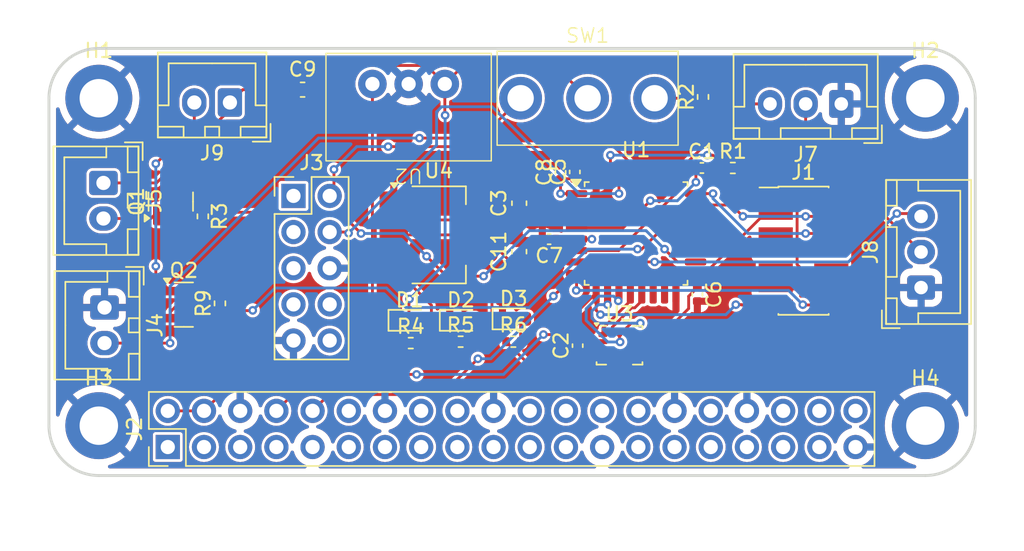
<source format=kicad_pcb>
(kicad_pcb (version 20240108) (generator "pcbnew") (generator_version "8.0")
  (layers (0 "F.Cu" signal) (1 "In1.Cu" signal) (2 "In2.Cu" signal) (31 "B.Cu" signal) (34 "B.Paste" user) (35 "F.Paste" user) (36 "B.SilkS" user "B.Silkscreen") (37 "F.SilkS" user "F.Silkscreen") (38 "B.Mask" user) (39 "F.Mask" user) (44 "Edge.Cuts" user))
  (net 0 "")
  (net 1 "NRST")
  (net 2 "+5V")
  (net 3 "+3.3V")
  (net 4 "+7.5V")
  (net 5 "Net-(D1-A)")
  (net 6 "Net-(D2-A)")
  (net 7 "Net-(D3-A)")
  (net 11 "USART2_TX")
  (net 12 "SWCLK")
  (net 14 "SWDIO")
  (net 15 "USART2_RX")
  (net 17 "+BATT")
  (net 18 "Net-(J5-Pin_2)")
  (net 19 "PWM3")
  (net 20 "PWM4")
  (net 21 "Net-(J9-Pin_2)")
  (net 22 "Net-(U1-PH3)")
  (net 23 "Net-(SW1-A)")
  (net 24 "PWM1")
  (net 25 "Net-(Q1-G)")
  (net 26 "Net-(Q2-G)")
  (net 27 "PWM2")
  (net 28 "USART1_RX")
  (net 29 "LED1")
  (net 32 "USART1_TX")
  (net 34 "LED3")
  (net 35 "I2C1_SDA")
  (net 36 "I2C1_SCL")
  (net 37 "SPI_CS")
  (net 39 "SPI1_SCK")
  (net 41 "SPI1_MISO")
  (net 42 "SPI1_MOSI")
  (net 44 "LED2")
  (net 81 "GND")
  (footprint "Connector_JST:JST_XH_B3B-XH-A_1x03_P2.50mm_Vertical" (layer "F.Cu") (at 201.6 50.4 180)
    (property "Reference" "J7" (at 2.5 -3.55 180) (layer "F.SilkS"))
    (property "Value" "Conn_01x03")
    (pad "1" thru_hole roundrect (at 0 0 180) (size 1.7 1.95) (drill 0.95) (layers "*.Cu" "*.Mask") (roundrect_rratio 0.147059) (net 81 "GND"))
    (pad "2" thru_hole oval (at 2.5 0 180) (size 1.7 1.95) (drill 0.95) (layers "*.Cu" "*.Mask") (net 2 "+5V"))
    (pad "3" thru_hole oval (at 5 0 180) (size 1.7 1.95) (drill 0.95) (layers "*.Cu" "*.Mask") (net 19 "PWM3"))
  )
  (footprint "Capacitor_SMD:C_0402_1005Metric" (layer "F.Cu") (at 183.1 67.38 90)
    (property "Reference" "C2" (at 0 -1.16 -90) (layer "F.SilkS"))
    (property "Value" "100n")
    (pad "1" smd roundrect (at -0.48 0 90) (size 0.56 0.62) (layers "F.Cu" "F.Paste" "F.Mask") (net 3 "+3.3V"))
    (pad "2" smd roundrect (at 0.48 0 90) (size 0.56 0.62) (layers "F.Cu" "F.Paste" "F.Mask") (net 81 "GND"))
  )
  (footprint "Resistor_SMD:R_0402_1005Metric" (layer "F.Cu") (at 171.39 67.2)
    (property "Reference" "R4" (at 0 -1.17 0) (layer "F.SilkS"))
    (property "Value" "375")
    (pad "1" smd roundrect (at -0.51 0) (size 0.54 0.64) (layers "F.Cu" "F.Paste" "F.Mask") (net 4 "+7.5V"))
    (pad "2" smd roundrect (at 0.51 0) (size 0.54 0.64) (layers "F.Cu" "F.Paste" "F.Mask") (net 5 "Net-(D1-A)"))
  )
  (footprint "Connector_JST:JST_XH_B2B-XH-A_1x02_P2.50mm_Vertical" (layer "F.Cu") (at 149.9 64.7 -90)
    (property "Reference" "J4" (at 1.25 -3.55 90) (layer "F.SilkS"))
    (property "Value" "Conn_01x02")
    (pad "1" thru_hole roundrect (at 0 0 270) (size 1.7 2) (drill 1) (layers "*.Cu" "*.Mask") (roundrect_rratio 0.147059) (net 81 "GND"))
    (pad "2" thru_hole oval (at 2.5 0 270) (size 1.7 2) (drill 1) (layers "*.Cu" "*.Mask") (net 17 "+BATT"))
  )
  (footprint "Package_LGA:LGA-14_3x2.5mm_P0.5mm_LayoutBorder3x4y" (layer "F.Cu") (at 186.0375 67.35)
    (property "Reference" "U3" (at 0 -2.2 0) (layer "F.SilkS"))
    (property "Value" "LSM6DSM")
    (pad "1" smd roundrect (at -1.1625 -0.75) (size 0.625 0.35) (layers "F.Cu" "F.Paste" "F.Mask") (net 41 "SPI1_MISO"))
    (pad "2" smd roundrect (at -1.1625 -0.25) (size 0.625 0.35) (layers "F.Cu" "F.Paste" "F.Mask") (net 81 "GND"))
    (pad "3" smd roundrect (at -1.1625 0.25) (size 0.625 0.35) (layers "F.Cu" "F.Paste" "F.Mask") (net 81 "GND"))
    (pad "4" smd roundrect (at -1.1625 0.75) (size 0.625 0.35) (layers "F.Cu" "F.Paste" "F.Mask"))
    (pad "5" smd roundrect (at -0.5 0.9125) (size 0.35 0.625) (layers "F.Cu" "F.Paste" "F.Mask") (net 3 "+3.3V"))
    (pad "6" smd roundrect (at 0 0.9125) (size 0.35 0.625) (layers "F.Cu" "F.Paste" "F.Mask") (net 81 "GND"))
    (pad "7" smd roundrect (at 0.5 0.9125) (size 0.35 0.625) (layers "F.Cu" "F.Paste" "F.Mask") (net 81 "GND"))
    (pad "8" smd roundrect (at 1.1625 0.75) (size 0.625 0.35) (layers "F.Cu" "F.Paste" "F.Mask") (net 3 "+3.3V"))
    (pad "9" smd roundrect (at 1.1625 0.25) (size 0.625 0.35) (layers "F.Cu" "F.Paste" "F.Mask"))
    (pad "10" smd roundrect (at 1.1625 -0.25) (size 0.625 0.35) (layers "F.Cu" "F.Paste" "F.Mask"))
    (pad "11" smd roundrect (at 1.1625 -0.75) (size 0.625 0.35) (layers "F.Cu" "F.Paste" "F.Mask"))
    (pad "12" smd roundrect (at 0.5 -0.9125) (size 0.35 0.625) (layers "F.Cu" "F.Paste" "F.Mask") (net 37 "SPI_CS"))
    (pad "13" smd roundrect (at 0 -0.9125) (size 0.35 0.625) (layers "F.Cu" "F.Paste" "F.Mask") (net 39 "SPI1_SCK"))
    (pad "14" smd roundrect (at -0.5 -0.9125) (size 0.35 0.625) (layers "F.Cu" "F.Paste" "F.Mask") (net 42 "SPI1_MOSI"))
  )
  (footprint "LED_SMD:LED_0603_1608Metric" (layer "F.Cu") (at 171.3125 65.6)
    (property "Reference" "D1" (at 0 -1.43 0) (layer "F.SilkS"))
    (property "Value" "LED")
    (pad "1" smd roundrect (at -0.7875 0) (size 0.875 0.95) (layers "F.Cu" "F.Paste" "F.Mask") (net 81 "GND"))
    (pad "2" smd roundrect (at 0.7875 0) (size 0.875 0.95) (layers "F.Cu" "F.Paste" "F.Mask") (net 5 "Net-(D1-A)"))
  )
  (footprint "Capacitor_SMD:C_0402_1005Metric" (layer "F.Cu") (at 182.9 55.18 90)
    (property "Reference" "C5" (at 0 -1.16 -90) (layer "F.SilkS"))
    (property "Value" "100n")
    (pad "1" smd roundrect (at -0.48 0 90) (size 0.56 0.62) (layers "F.Cu" "F.Paste" "F.Mask") (net 3 "+3.3V"))
    (pad "2" smd roundrect (at 0.48 0 90) (size 0.56 0.62) (layers "F.Cu" "F.Paste" "F.Mask") (net 81 "GND"))
  )
  (footprint "MountingHole:MountingHole_2.7mm_M2.5_DIN965_Pad" (layer "F.Cu") (at 149.5 73)
    (property "Reference" "H3" (at 0 -3.35 0) (layer "F.SilkS"))
    (property "Value" "MountingHole_Pad")
    (pad "1" thru_hole circle (at 0 0) (size 4.7 4.7) (drill 2.7) (layers "*.Cu" "*.Mask") (net 81 "GND"))
  )
  (footprint "Resistor_SMD:R_0402_1005Metric" (layer "F.Cu") (at 158 64.41 90)
    (property "Reference" "R9" (at 0 -1.17 -90) (layer "F.SilkS"))
    (property "Value" "R_Small")
    (pad "1" smd roundrect (at -0.51 0 90) (size 0.54 0.64) (layers "F.Cu" "F.Paste" "F.Mask") (net 27 "PWM2"))
    (pad "2" smd roundrect (at 0.51 0 90) (size 0.54 0.64) (layers "F.Cu" "F.Paste" "F.Mask") (net 26 "Net-(Q2-G)"))
  )
  (footprint "Resistor_SMD:R_0402_1005Metric" (layer "F.Cu") (at 191.9 49.91 90)
    (property "Reference" "R2" (at 0 -1.17 -90) (layer "F.SilkS"))
    (property "Value" "1k")
    (pad "1" smd roundrect (at -0.51 0 90) (size 0.54 0.64) (layers "F.Cu" "F.Paste" "F.Mask") (net 23 "Net-(SW1-A)"))
    (pad "2" smd roundrect (at 0.51 0 90) (size 0.54 0.64) (layers "F.Cu" "F.Paste" "F.Mask") (net 81 "GND"))
  )
  (footprint "Capacitor_SMD:C_0402_1005Metric" (layer "F.Cu") (at 181.9 55.2 90)
    (property "Reference" "C8" (at 0 -1.16 -90) (layer "F.SilkS"))
    (property "Value" "4u7")
    (pad "1" smd roundrect (at -0.48 0 90) (size 0.56 0.62) (layers "F.Cu" "F.Paste" "F.Mask") (net 3 "+3.3V"))
    (pad "2" smd roundrect (at 0.48 0 90) (size 0.56 0.62) (layers "F.Cu" "F.Paste" "F.Mask") (net 81 "GND"))
  )
  (footprint "Resistor_SMD:R_0402_1005Metric" (layer "F.Cu") (at 193.99 54.9)
    (property "Reference" "R1" (at 0 -1.17 0) (layer "F.SilkS"))
    (property "Value" "10k")
    (pad "1" smd roundrect (at -0.51 0) (size 0.54 0.64) (layers "F.Cu" "F.Paste" "F.Mask") (net 22 "Net-(U1-PH3)"))
    (pad "2" smd roundrect (at 0.51 0) (size 0.54 0.64) (layers "F.Cu" "F.Paste" "F.Mask") (net 81 "GND"))
  )
  (footprint "mesmodules:SW_472121010111" (layer "F.Cu") (at 183.8 50)
    (property "Reference" "SW1" (at 0 -4.4 0) (layer "F.SilkS") (effects (font (thickness 0.1))))
    (property "Value" "SW_SPDT")
    (pad "1" thru_hole circle (at 4.7 0) (size 3 3) (drill 1.85) (layers "*.Cu" "*.Mask") (net 23 "Net-(SW1-A)"))
    (pad "2" thru_hole circle (at 0 0) (size 3 3) (drill 1.85) (layers "*.Cu" "*.Mask") (net 4 "+7.5V"))
    (pad "3" thru_hole circle (at -4.7 0) (size 3 3) (drill 1.85) (layers "*.Cu" "*.Mask") (net 17 "+BATT"))
  )
  (footprint "Capacitor_SMD:C_0603_1608Metric" (layer "F.Cu") (at 179 57.375 90)
    (property "Reference" "C3" (at 0 -1.43 -90) (layer "F.SilkS"))
    (property "Value" "10u")
    (pad "1" smd roundrect (at -0.775 0 90) (size 0.9 0.95) (layers "F.Cu" "F.Paste" "F.Mask") (net 2 "+5V"))
    (pad "2" smd roundrect (at 0.775 0 90) (size 0.9 0.95) (layers "F.Cu" "F.Paste" "F.Mask") (net 81 "GND"))
  )
  (footprint "Package_TO_SOT_SMD:SOT-23" (layer "F.Cu") (at 155.4625 64.5)
    (property "Reference" "Q2" (at 0 -2.4 0) (layer "F.SilkS"))
    (property "Value" "NMOS")
    (pad "1" smd roundrect (at -0.9375 -0.95) (size 1.475 0.6) (layers "F.Cu" "F.Paste" "F.Mask") (net 21 "Net-(J9-Pin_2)"))
    (pad "2" smd roundrect (at -0.9375 0.95) (size 1.475 0.6) (layers "F.Cu" "F.Paste" "F.Mask") (net 26 "Net-(Q2-G)"))
    (pad "3" smd roundrect (at 0.9375 0) (size 1.475 0.6) (layers "F.Cu" "F.Paste" "F.Mask") (net 81 "GND"))
  )
  (footprint "Capacitor_SMD:C_0402_1005Metric" (layer "F.Cu") (at 191.5 63.78 -90)
    (property "Reference" "C6" (at 0 -1.16 90) (layer "F.SilkS"))
    (property "Value" "100n")
    (pad "1" smd roundrect (at -0.48 0 270) (size 0.56 0.62) (layers "F.Cu" "F.Paste" "F.Mask") (net 3 "+3.3V"))
    (pad "2" smd roundrect (at 0.48 0 270) (size 0.56 0.62) (layers "F.Cu" "F.Paste" "F.Mask") (net 81 "GND"))
  )
  (footprint "Connector_JST:JST_XH_B2B-XH-A_1x02_P2.50mm_Vertical" (layer "F.Cu") (at 158.7 50.3 180)
    (property "Reference" "J9" (at 1.25 -3.55 180) (layer "F.SilkS"))
    (property "Value" "Conn_01x02")
    (pad "1" thru_hole roundrect (at 0 0 180) (size 1.7 2) (drill 1) (layers "*.Cu" "*.Mask") (roundrect_rratio 0.147059) (net 4 "+7.5V"))
    (pad "2" thru_hole oval (at 2.5 0 180) (size 1.7 2) (drill 1) (layers "*.Cu" "*.Mask") (net 21 "Net-(J9-Pin_2)"))
  )
  (footprint "Connector_PinHeader_2.54mm:PinHeader_2x20_P2.54mm_Vertical" (layer "F.Cu") (at 154.34 74.5 90)
    (property "Reference" "J2" (at 1.27 -2.33 -90) (layer "F.SilkS"))
    (property "Value" "Conn_02x20_Odd_Even")
    (pad "1" thru_hole rect (at 0 0 90) (size 1.7 1.7) (drill 1) (layers "*.Cu" "*.Mask"))
    (pad "2" thru_hole oval (at 2.54 0 90) (size 1.7 1.7) (drill 1) (layers "*.Cu" "*.Mask") (net 2 "+5V"))
    (pad "3" thru_hole oval (at 0 2.54 90) (size 1.7 1.7) (drill 1) (layers "*.Cu" "*.Mask"))
    (pad "4" thru_hole oval (at 2.54 2.54 90) (size 1.7 1.7) (drill 1) (layers "*.Cu" "*.Mask") (net 2 "+5V"))
    (pad "5" thru_hole oval (at 0 5.08 90) (size 1.7 1.7) (drill 1) (layers "*.Cu" "*.Mask"))
    (pad "6" thru_hole oval (at 2.54 5.08 90) (size 1.7 1.7) (drill 1) (layers "*.Cu" "*.Mask") (net 81 "GND"))
    (pad "7" thru_hole oval (at 0 7.62 90) (size 1.7 1.7) (drill 1) (layers "*.Cu" "*.Mask"))
    (pad "8" thru_hole oval (at 2.54 7.62 90) (size 1.7 1.7) (drill 1) (layers "*.Cu" "*.Mask") (net 15 "USART2_RX"))
    (pad "9" thru_hole oval (at 0 10.16 90) (size 1.7 1.7) (drill 1) (layers "*.Cu" "*.Mask") (net 81 "GND"))
    (pad "10" thru_hole oval (at 2.54 10.16 90) (size 1.7 1.7) (drill 1) (layers "*.Cu" "*.Mask") (net 11 "USART2_TX"))
    (pad "11" thru_hole oval (at 0 12.7 90) (size 1.7 1.7) (drill 1) (layers "*.Cu" "*.Mask"))
    (pad "12" thru_hole oval (at 2.54 12.7 90) (size 1.7 1.7) (drill 1) (layers "*.Cu" "*.Mask"))
    (pad "13" thru_hole oval (at 0 15.24 90) (size 1.7 1.7) (drill 1) (layers "*.Cu" "*.Mask"))
    (pad "14" thru_hole oval (at 2.54 15.24 90) (size 1.7 1.7) (drill 1) (layers "*.Cu" "*.Mask") (net 81 "GND"))
    (pad "15" thru_hole oval (at 0 17.78 90) (size 1.7 1.7) (drill 1) (layers "*.Cu" "*.Mask"))
    (pad "16" thru_hole oval (at 2.54 17.78 90) (size 1.7 1.7) (drill 1) (layers "*.Cu" "*.Mask"))
    (pad "17" thru_hole oval (at 0 20.32 90) (size 1.7 1.7) (drill 1) (layers "*.Cu" "*.Mask"))
    (pad "18" thru_hole oval (at 2.54 20.32 90) (size 1.7 1.7) (drill 1) (layers "*.Cu" "*.Mask"))
    (pad "19" thru_hole oval (at 0 22.86 90) (size 1.7 1.7) (drill 1) (layers "*.Cu" "*.Mask"))
    (pad "20" thru_hole oval (at 2.54 22.86 90) (size 1.7 1.7) (drill 1) (layers "*.Cu" "*.Mask") (net 81 "GND"))
    (pad "21" thru_hole oval (at 0 25.4 90) (size 1.7 1.7) (drill 1) (layers "*.Cu" "*.Mask"))
    (pad "22" thru_hole oval (at 2.54 25.4 90) (size 1.7 1.7) (drill 1) (layers "*.Cu" "*.Mask"))
    (pad "23" thru_hole oval (at 0 27.94 90) (size 1.7 1.7) (drill 1) (layers "*.Cu" "*.Mask"))
    (pad "24" thru_hole oval (at 2.54 27.94 90) (size 1.7 1.7) (drill 1) (layers "*.Cu" "*.Mask"))
    (pad "25" thru_hole oval (at 0 30.48 90) (size 1.7 1.7) (drill 1) (layers "*.Cu" "*.Mask") (net 81 "GND"))
    (pad "26" thru_hole oval (at 2.54 30.48 90) (size 1.7 1.7) (drill 1) (layers "*.Cu" "*.Mask"))
    (pad "27" thru_hole oval (at 0 33.02 90) (size 1.7 1.7) (drill 1) (layers "*.Cu" "*.Mask"))
    (pad "28" thru_hole oval (at 2.54 33.02 90) (size 1.7 1.7) (drill 1) (layers "*.Cu" "*.Mask"))
    (pad "29" thru_hole oval (at 0 35.56 90) (size 1.7 1.7) (drill 1) (layers "*.Cu" "*.Mask"))
    (pad "30" thru_hole oval (at 2.54 35.56 90) (size 1.7 1.7) (drill 1) (layers "*.Cu" "*.Mask") (net 81 "GND"))
    (pad "31" thru_hole oval (at 0 38.1 90) (size 1.7 1.7) (drill 1) (layers "*.Cu" "*.Mask"))
    (pad "32" thru_hole oval (at 2.54 38.1 90) (size 1.7 1.7) (drill 1) (layers "*.Cu" "*.Mask"))
    (pad "33" thru_hole oval (at 0 40.64 90) (size 1.7 1.7) (drill 1) (layers "*.Cu" "*.Mask"))
    (pad "34" thru_hole oval (at 2.54 40.64 90) (size 1.7 1.7) (drill 1) (layers "*.Cu" "*.Mask") (net 81 "GND"))
    (pad "35" thru_hole oval (at 0 43.18 90) (size 1.7 1.7) (drill 1) (layers "*.Cu" "*.Mask"))
    (pad "36" thru_hole oval (at 2.54 43.18 90) (size 1.7 1.7) (drill 1) (layers "*.Cu" "*.Mask"))
    (pad "37" thru_hole oval (at 0 45.72 90) (size 1.7 1.7) (drill 1) (layers "*.Cu" "*.Mask"))
    (pad "38" thru_hole oval (at 2.54 45.72 90) (size 1.7 1.7) (drill 1) (layers "*.Cu" "*.Mask"))
    (pad "39" thru_hole oval (at 0 48.26 90) (size 1.7 1.7) (drill 1) (layers "*.Cu" "*.Mask") (net 81 "GND"))
    (pad "40" thru_hole oval (at 2.54 48.26 90) (size 1.7 1.7) (drill 1) (layers "*.Cu" "*.Mask"))
  )
  (footprint "mesmodules:Buck_17395xx36" (layer "F.Cu") (at 171.24 49 180)
    (property "Reference" "U2" (at 0 -6.45 180) (layer "F.SilkS") (effects (font (thickness 0.1))))
    (property "Value" "~")
    (pad "1" thru_hole circle (at -2.54 0 180) (size 2 2) (drill 1) (layers "*.Cu" "*.Mask") (net 4 "+7.5V"))
    (pad "2" thru_hole circle (at 0 0 180) (size 2 2) (drill 1) (layers "*.Cu" "*.Mask") (net 81 "GND"))
    (pad "3" thru_hole circle (at 2.54 0 180) (size 2 2) (drill 1) (layers "*.Cu" "*.Mask") (net 2 "+5V"))
  )
  (footprint "Package_TO_SOT_SMD:SOT-23" (layer "F.Cu") (at 154.55 57.2625 90)
    (property "Reference" "Q1" (at 0 -2.4 270) (layer "F.SilkS"))
    (property "Value" "NMOS")
    (pad "1" smd roundrect (at -0.9375 -0.95 90) (size 1.475 0.6) (layers "F.Cu" "F.Paste" "F.Mask") (net 18 "Net-(J5-Pin_2)"))
    (pad "2" smd roundrect (at -0.9375 0.95 90) (size 1.475 0.6) (layers "F.Cu" "F.Paste" "F.Mask") (net 25 "Net-(Q1-G)"))
    (pad "3" smd roundrect (at 0.9375 0 90) (size 1.475 0.6) (layers "F.Cu" "F.Paste" "F.Mask") (net 81 "GND"))
  )
  (footprint "Capacitor_SMD:C_0603_1608Metric" (layer "F.Cu") (at 163.8 49.4)
    (property "Reference" "C9" (at 0 -1.43 0) (layer "F.SilkS"))
    (property "Value" "10u")
    (pad "1" smd roundrect (at -0.775 0) (size 0.9 0.95) (layers "F.Cu" "F.Paste" "F.Mask") (net 4 "+7.5V"))
    (pad "2" smd roundrect (at 0.775 0) (size 0.9 0.95) (layers "F.Cu" "F.Paste" "F.Mask") (net 81 "GND"))
  )
  (footprint "Resistor_SMD:R_0402_1005Metric" (layer "F.Cu") (at 174.89 67.1)
    (property "Reference" "R5" (at 0 -1.17 0) (layer "F.SilkS"))
    (property "Value" "250")
    (pad "1" smd roundrect (at -0.51 0) (size 0.54 0.64) (layers "F.Cu" "F.Paste" "F.Mask") (net 2 "+5V"))
    (pad "2" smd roundrect (at 0.51 0) (size 0.54 0.64) (layers "F.Cu" "F.Paste" "F.Mask") (net 6 "Net-(D2-A)"))
  )
  (footprint "Connector_JST:JST_XH_B3B-XH-A_1x03_P2.50mm_Vertical" (layer "F.Cu") (at 207.2 63.3 90)
    (property "Reference" "J8" (at 2.5 -3.55 -90) (layer "F.SilkS"))
    (property "Value" "Conn_01x03")
    (pad "1" thru_hole roundrect (at 0 0 90) (size 1.7 1.95) (drill 0.95) (layers "*.Cu" "*.Mask") (roundrect_rratio 0.147059) (net 81 "GND"))
    (pad "2" thru_hole oval (at 2.5 0 90) (size 1.7 1.95) (drill 0.95) (layers "*.Cu" "*.Mask") (net 2 "+5V"))
    (pad "3" thru_hole oval (at 5 0 90) (size 1.7 1.95) (drill 0.95) (layers "*.Cu" "*.Mask") (net 20 "PWM4"))
  )
  (footprint "LED_SMD:LED_0603_1608Metric" (layer "F.Cu") (at 178.6125 65.5)
    (property "Reference" "D3" (at 0 -1.43 0) (layer "F.SilkS"))
    (property "Value" "LED")
    (pad "1" smd roundrect (at -0.7875 0) (size 0.875 0.95) (layers "F.Cu" "F.Paste" "F.Mask") (net 81 "GND"))
    (pad "2" smd roundrect (at 0.7875 0) (size 0.875 0.95) (layers "F.Cu" "F.Paste" "F.Mask") (net 7 "Net-(D3-A)"))
  )
  (footprint "MountingHole:MountingHole_2.7mm_M2.5_DIN965_Pad" (layer "F.Cu") (at 207.5 50)
    (property "Reference" "H2" (at 0 -3.35 0) (layer "F.SilkS"))
    (property "Value" "MountingHole_Pad")
    (pad "1" thru_hole circle (at 0 0) (size 4.7 4.7) (drill 2.7) (layers "*.Cu" "*.Mask") (net 81 "GND"))
  )
  (footprint "Resistor_SMD:R_0402_1005Metric" (layer "F.Cu") (at 178.59 67.1)
    (property "Reference" "R6" (at 0 -1.17 0) (layer "F.SilkS"))
    (property "Value" "165")
    (pad "1" smd roundrect (at -0.51 0) (size 0.54 0.64) (layers "F.Cu" "F.Paste" "F.Mask") (net 3 "+3.3V"))
    (pad "2" smd roundrect (at 0.51 0) (size 0.54 0.64) (layers "F.Cu" "F.Paste" "F.Mask") (net 7 "Net-(D3-A)"))
  )
  (footprint "Connector_JST:JST_XH_B2B-XH-A_1x02_P2.50mm_Vertical" (layer "F.Cu") (at 149.825 55.95 -90)
    (property "Reference" "J5" (at 1.25 -3.55 90) (layer "F.SilkS"))
    (property "Value" "Conn_01x02")
    (pad "1" thru_hole roundrect (at 0 0 270) (size 1.7 2) (drill 1) (layers "*.Cu" "*.Mask") (roundrect_rratio 0.147059) (net 4 "+7.5V"))
    (pad "2" thru_hole oval (at 2.5 0 270) (size 1.7 2) (drill 1) (layers "*.Cu" "*.Mask") (net 18 "Net-(J5-Pin_2)"))
  )
  (footprint "Connector_PinHeader_2.54mm:PinHeader_2x05_P2.54mm_Vertical" (layer "F.Cu") (at 163.16 56.86)
    (property "Reference" "J3" (at 1.27 -2.33 0) (layer "F.SilkS"))
    (property "Value" "Conn_02x05_Odd_Even")
    (pad "1" thru_hole rect (at 0 0) (size 1.7 1.7) (drill 1) (layers "*.Cu" "*.Mask"))
    (pad "2" thru_hole oval (at 2.54 0) (size 1.7 1.7) (drill 1) (layers "*.Cu" "*.Mask") (net 36 "I2C1_SCL"))
    (pad "3" thru_hole oval (at 0 2.54) (size 1.7 1.7) (drill 1) (layers "*.Cu" "*.Mask") (net 3 "+3.3V"))
    (pad "4" thru_hole oval (at 2.54 2.54) (size 1.7 1.7) (drill 1) (layers "*.Cu" "*.Mask") (net 35 "I2C1_SDA"))
    (pad "5" thru_hole oval (at 0 5.08) (size 1.7 1.7) (drill 1) (layers "*.Cu" "*.Mask") (net 3 "+3.3V"))
    (pad "6" thru_hole oval (at 2.54 5.08) (size 1.7 1.7) (drill 1) (layers "*.Cu" "*.Mask") (net 81 "GND"))
    (pad "7" thru_hole oval (at 0 7.62) (size 1.7 1.7) (drill 1) (layers "*.Cu" "*.Mask"))
    (pad "8" thru_hole oval (at 2.54 7.62) (size 1.7 1.7) (drill 1) (layers "*.Cu" "*.Mask"))
    (pad "9" thru_hole oval (at 0 10.16) (size 1.7 1.7) (drill 1) (layers "*.Cu" "*.Mask") (net 81 "GND"))
    (pad "10" thru_hole oval (at 2.54 10.16) (size 1.7 1.7) (drill 1) (layers "*.Cu" "*.Mask"))
  )
  (footprint "Capacitor_SMD:C_0402_1005Metric" (layer "F.Cu") (at 181.1 59.9 180)
    (property "Reference" "C7" (at 0 -1.16 180) (layer "F.SilkS"))
    (property "Value" "100n")
    (pad "1" smd roundrect (at -0.48 0 180) (size 0.56 0.62) (layers "F.Cu" "F.Paste" "F.Mask") (net 3 "+3.3V"))
    (pad "2" smd roundrect (at 0.48 0 180) (size 0.56 0.62) (layers "F.Cu" "F.Paste" "F.Mask") (net 81 "GND"))
  )
  (footprint "Connector_PinHeader_1.27mm:PinHeader_2x07_P1.27mm_Vertical_SMD" (layer "F.Cu") (at 198.95 60.71)
    (property "Reference" "J1" (at 0 -5.505 0) (layer "F.SilkS"))
    (property "Value" "Conn_ST_STDC14")
    (pad "1" smd rect (at -1.95 -3.81) (size 2.4 0.74) (layers "F.Cu" "F.Paste" "F.Mask"))
    (pad "2" smd rect (at 1.95 -3.81) (size 2.4 0.74) (layers "F.Cu" "F.Paste" "F.Mask"))
    (pad "3" smd rect (at -1.95 -2.54) (size 2.4 0.74) (layers "F.Cu" "F.Paste" "F.Mask") (net 3 "+3.3V"))
    (pad "4" smd rect (at 1.95 -2.54) (size 2.4 0.74) (layers "F.Cu" "F.Paste" "F.Mask") (net 14 "SWDIO"))
    (pad "5" smd rect (at -1.95 -1.27) (size 2.4 0.74) (layers "F.Cu" "F.Paste" "F.Mask") (net 81 "GND"))
    (pad "6" smd rect (at 1.95 -1.27) (size 2.4 0.74) (layers "F.Cu" "F.Paste" "F.Mask") (net 12 "SWCLK"))
    (pad "7" smd rect (at -1.95 0) (size 2.4 0.74) (layers "F.Cu" "F.Paste" "F.Mask") (net 81 "GND"))
    (pad "8" smd rect (at 1.95 0) (size 2.4 0.74) (layers "F.Cu" "F.Paste" "F.Mask"))
    (pad "9" smd rect (at -1.95 1.27) (size 2.4 0.74) (layers "F.Cu" "F.Paste" "F.Mask"))
    (pad "10" smd rect (at 1.95 1.27) (size 2.4 0.74) (layers "F.Cu" "F.Paste" "F.Mask"))
    (pad "11" smd rect (at -1.95 2.54) (size 2.4 0.74) (layers "F.Cu" "F.Paste" "F.Mask") (net 81 "GND"))
    (pad "12" smd rect (at 1.95 2.54) (size 2.4 0.74) (layers "F.Cu" "F.Paste" "F.Mask") (net 1 "NRST"))
    (pad "13" smd rect (at -1.95 3.81) (size 2.4 0.74) (layers "F.Cu" "F.Paste" "F.Mask") (net 15 "USART2_RX"))
    (pad "14" smd rect (at 1.95 3.81) (size 2.4 0.74) (layers "F.Cu" "F.Paste" "F.Mask") (net 11 "USART2_TX"))
  )
  (footprint "Package_TO_SOT_SMD:SOT-223-3_TabPin2" (layer "F.Cu") (at 173.35 59.6)
    (property "Reference" "U4" (at 0 -4.5 0) (layer "F.SilkS"))
    (property "Value" "AMS1117-3.3")
    (pad "1" smd roundrect (at -3.15 -2.3) (size 2 1.5) (layers "F.Cu" "F.Paste" "F.Mask") (net 81 "GND"))
    (pad "2" smd roundrect (at -3.15 0) (size 2 1.5) (layers "F.Cu" "F.Paste" "F.Mask") (net 3 "+3.3V"))
    (pad "2" smd roundrect (at 3.15 0) (size 2 3.8) (layers "F.Cu" "F.Paste" "F.Mask") (net 3 "+3.3V"))
    (pad "3" smd roundrect (at -3.15 2.3) (size 2 1.5) (layers "F.Cu" "F.Paste" "F.Mask") (net 2 "+5V"))
  )
  (footprint "Package_QFP:LQFP-32_7x7mm_P0.8mm" (layer "F.Cu") (at 187.2 59.5)
    (property "Reference" "U1" (at 0 -5.88 0) (layer "F.SilkS"))
    (property "Value" "STM32L412KBTx")
    (pad "1" smd roundrect (at -4.175 -2.8) (size 1.5 0.5) (layers "F.Cu" "F.Paste" "F.Mask") (net 3 "+3.3V"))
    (pad "2" smd roundrect (at -4.175 -2) (size 1.5 0.5) (layers "F.Cu" "F.Paste" "F.Mask"))
    (pad "3" smd roundrect (at -4.175 -1.2) (size 1.5 0.5) (layers "F.Cu" "F.Paste" "F.Mask"))
    (pad "4" smd roundrect (at -4.175 -0.4) (size 1.5 0.5) (layers "F.Cu" "F.Paste" "F.Mask") (net 1 "NRST"))
    (pad "5" smd roundrect (at -4.175 0.4) (size 1.5 0.5) (layers "F.Cu" "F.Paste" "F.Mask") (net 3 "+3.3V"))
    (pad "6" smd roundrect (at -4.175 1.2) (size 1.5 0.5) (layers "F.Cu" "F.Paste" "F.Mask") (net 19 "PWM3"))
    (pad "7" smd roundrect (at -4.175 2) (size 1.5 0.5) (layers "F.Cu" "F.Paste" "F.Mask") (net 20 "PWM4"))
    (pad "8" smd roundrect (at -4.175 2.8) (size 1.5 0.5) (layers "F.Cu" "F.Paste" "F.Mask") (net 11 "USART2_TX"))
    (pad "9" smd roundrect (at -2.8 4.175) (size 0.5 1.5) (layers "F.Cu" "F.Paste" "F.Mask") (net 15 "USART2_RX"))
    (pad "10" smd roundrect (at -2 4.175) (size 0.5 1.5) (layers "F.Cu" "F.Paste" "F.Mask") (net 37 "SPI_CS"))
    (pad "11" smd roundrect (at -1.2 4.175) (size 0.5 1.5) (layers "F.Cu" "F.Paste" "F.Mask") (net 39 "SPI1_SCK"))
    (pad "12" smd roundrect (at -0.4 4.175) (size 0.5 1.5) (layers "F.Cu" "F.Paste" "F.Mask") (net 41 "SPI1_MISO"))
    (pad "13" smd roundrect (at 0.4 4.175) (size 0.5 1.5) (layers "F.Cu" "F.Paste" "F.Mask") (net 42 "SPI1_MOSI"))
    (pad "14" smd roundrect (at 1.2 4.175) (size 0.5 1.5) (layers "F.Cu" "F.Paste" "F.Mask"))
    (pad "15" smd roundrect (at 2 4.175) (size 0.5 1.5) (layers "F.Cu" "F.Paste" "F.Mask"))
    (pad "16" smd roundrect (at 2.8 4.175) (size 0.5 1.5) (layers "F.Cu" "F.Paste" "F.Mask") (net 81 "GND"))
    (pad "17" smd roundrect (at 4.175 2.8) (size 1.5 0.5) (layers "F.Cu" "F.Paste" "F.Mask") (net 3 "+3.3V"))
    (pad "18" smd roundrect (at 4.175 2) (size 1.5 0.5) (layers "F.Cu" "F.Paste" "F.Mask") (net 24 "PWM1"))
    (pad "19" smd roundrect (at 4.175 1.2) (size 1.5 0.5) (layers "F.Cu" "F.Paste" "F.Mask") (net 32 "USART1_TX"))
    (pad "20" smd roundrect (at 4.175 0.4) (size 1.5 0.5) (layers "F.Cu" "F.Paste" "F.Mask") (net 28 "USART1_RX"))
    (pad "21" smd roundrect (at 4.175 -0.4) (size 1.5 0.5) (layers "F.Cu" "F.Paste" "F.Mask") (net 27 "PWM2"))
    (pad "22" smd roundrect (at 4.175 -1.2) (size 1.5 0.5) (layers "F.Cu" "F.Paste" "F.Mask"))
    (pad "23" smd roundrect (at 4.175 -2) (size 1.5 0.5) (layers "F.Cu" "F.Paste" "F.Mask") (net 14 "SWDIO"))
    (pad "24" smd roundrect (at 4.175 -2.8) (size 1.5 0.5) (layers "F.Cu" "F.Paste" "F.Mask") (net 12 "SWCLK"))
    (pad "25" smd roundrect (at 2.8 -4.175) (size 0.5 1.5) (layers "F.Cu" "F.Paste" "F.Mask") (net 34 "LED3"))
    (pad "26" smd roundrect (at 2 -4.175) (size 0.5 1.5) (layers "F.Cu" "F.Paste" "F.Mask") (net 44 "LED2"))
    (pad "27" smd roundrect (at 1.2 -4.175) (size 0.5 1.5) (layers "F.Cu" "F.Paste" "F.Mask") (net 29 "LED1"))
    (pad "28" smd roundrect (at 0.4 -4.175) (size 0.5 1.5) (layers "F.Cu" "F.Paste" "F.Mask"))
    (pad "29" smd roundrect (at -0.4 -4.175) (size 0.5 1.5) (layers "F.Cu" "F.Paste" "F.Mask") (net 36 "I2C1_SCL"))
    (pad "30" smd roundrect (at -1.2 -4.175) (size 0.5 1.5) (layers "F.Cu" "F.Paste" "F.Mask") (net 35 "I2C1_SDA"))
    (pad "31" smd roundrect (at -2 -4.175) (size 0.5 1.5) (layers "F.Cu" "F.Paste" "F.Mask") (net 22 "Net-(U1-PH3)"))
    (pad "32" smd roundrect (at -2.8 -4.175) (size 0.5 1.5) (layers "F.Cu" "F.Paste" "F.Mask") (net 81 "GND"))
  )
  (footprint "Resistor_SMD:R_0402_1005Metric" (layer "F.Cu") (at 156.8 58.3 -90)
    (property "Reference" "R3" (at 0 -1.17 90) (layer "F.SilkS"))
    (property "Value" "R_Small")
    (pad "1" smd roundrect (at -0.51 0 270) (size 0.54 0.64) (layers "F.Cu" "F.Paste" "F.Mask") (net 24 "PWM1"))
    (pad "2" smd roundrect (at 0.51 0 270) (size 0.54 0.64) (layers "F.Cu" "F.Paste" "F.Mask") (net 25 "Net-(Q1-G)"))
  )
  (footprint "MountingHole:MountingHole_2.7mm_M2.5_DIN965_Pad" (layer "F.Cu") (at 207.5 73)
    (property "Reference" "H4" (at 0 -3.35 0) (layer "F.SilkS"))
    (property "Value" "MountingHole_Pad")
    (pad "1" thru_hole circle (at 0 0) (size 4.7 4.7) (drill 2.7) (layers "*.Cu" "*.Mask") (net 81 "GND"))
  )
  (footprint "Capacitor_SMD:C_0603_1608Metric" (layer "F.Cu") (at 179 60.775 90)
    (property "Reference" "C11" (at 0 -1.43 -90) (layer "F.SilkS"))
    (property "Value" "10u")
    (pad "1" smd roundrect (at -0.775 0 90) (size 0.9 0.95) (layers "F.Cu" "F.Paste" "F.Mask") (net 3 "+3.3V"))
    (pad "2" smd roundrect (at 0.775 0 90) (size 0.9 0.95) (layers "F.Cu" "F.Paste" "F.Mask") (net 81 "GND"))
  )
  (footprint "MountingHole:MountingHole_2.7mm_M2.5_DIN965_Pad" (layer "F.Cu") (at 149.5 50)
    (property "Reference" "H1" (at 0 -3.35 0) (layer "F.SilkS"))
    (property "Value" "MountingHole_Pad")
    (pad "1" thru_hole circle (at 0 0) (size 4.7 4.7) (drill 2.7) (layers "*.Cu" "*.Mask") (net 81 "GND"))
  )
  (footprint "Capacitor_SMD:C_0402_1005Metric" (layer "F.Cu") (at 191.82 54.9)
    (property "Reference" "C1" (at 0 -1.16 0) (layer "F.SilkS"))
    (property "Value" "100n")
    (pad "1" smd roundrect (at -0.48 0) (size 0.56 0.62) (layers "F.Cu" "F.Paste" "F.Mask") (net 1 "NRST"))
    (pad "2" smd roundrect (at 0.48 0) (size 0.56 0.62) (layers "F.Cu" "F.Paste" "F.Mask") (net 81 "GND"))
  )
  (footprint "LED_SMD:LED_0603_1608Metric" (layer "F.Cu") (at 174.9125 65.6)
    (property "Reference" "D2" (at 0 -1.43 0) (layer "F.SilkS"))
    (property "Value" "LED")
    (pad "1" smd roundrect (at -0.7875 0) (size 0.875 0.95) (layers "F.Cu" "F.Paste" "F.Mask") (net 81 "GND"))
    (pad "2" smd roundrect (at 0.7875 0) (size 0.875 0.95) (layers "F.Cu" "F.Paste" "F.Mask") (net 6 "Net-(D2-A)"))
  )
  (gr_line (start 211 50) (end 211 73) (stroke (width 0.2)) (layer "Edge.Cuts"))
  (gr_arc (start 146 50) (mid 147.025126 47.525126) (end 149.5 46.5) (stroke (width 0.2)) (layer "Edge.Cuts"))
  (gr_line (start 149.5 76.5) (end 207.5 76.5) (stroke (width 0.2)) (layer "Edge.Cuts"))
  (gr_line (start 146 50) (end 146 73) (stroke (width 0.2)) (layer "Edge.Cuts"))
  (gr_arc (start 207.5 46.5) (mid 209.974874 47.525126) (end 211 50) (stroke (width 0.2)) (layer "Edge.Cuts"))
  (gr_arc (start 149.5 76.5) (mid 147.025126 75.474874) (end 146 73) (stroke (width 0.2)) (layer "Edge.Cuts"))
  (gr_line (start 149.5 46.5) (end 207.5 46.5) (stroke (width 0.2)) (layer "Edge.Cuts"))
  (gr_arc (start 211 73) (mid 209.974874 75.474874) (end 207.5 76.5) (stroke (width 0.2)) (layer "Edge.Cuts"))
  (segment (start 191.4 54.96) (end 191.34 54.9) (width 0.2) (layer "F.Cu") (net 1))
  (segment (start 191.4 55.9) (end 191.4 54.96) (width 0.2) (layer "F.Cu") (net 1))
  (segment (start 200.9 63.25) (end 200.07 63.25) (width 0.2) (layer "F.Cu") (net 1))
  (segment (start 192.04 55.6) (end 191.34 54.9) (width 0.2) (layer "F.Cu") (net 1))
  (segment (start 186.3 59.1) (end 188.2 57.2) (width 0.2) (layer "F.Cu") (net 1))
  (segment (start 197.87 55.6) (end 192.04 55.6) (width 0.2) (layer "F.Cu") (net 1))
  (segment (start 200.07 63.25) (end 198.5 61.68) (width 0.2) (layer "F.Cu") (net 1))
  (segment (start 183.025 59.1) (end 186.3 59.1) (width 0.2) (layer "F.Cu") (net 1))
  (segment (start 198.5 56.23) (end 197.87 55.6) (width 0.2) (layer "F.Cu") (net 1))
  (segment (start 198.5 61.68) (end 198.5 56.23) (width 0.2) (layer "F.Cu") (net 1))
  (via (at 191.4 55.9) (size 0.6) (drill 0.3) (layers "F.Cu" "B.Cu") (net 1))
  (via (at 188.2 57.2) (size 0.6) (drill 0.3) (layers "F.Cu" "B.Cu") (net 1))
  (segment (start 190.1 57.2) (end 191.4 55.9) (width 0.2) (layer "B.Cu") (net 1))
  (segment (start 188.2 57.2) (end 190.1 57.2) (width 0.2) (layer "B.Cu") (net 1))
  (segment (start 154.34 71.96) (end 156.88 71.96) (width 0.2) (layer "F.Cu") (net 2))
  (segment (start 168.7 60.4) (end 168.7 49) (width 0.2) (layer "F.Cu") (net 2))
  (segment (start 172.8375 64.5375) (end 170.2 61.9) (width 0.2) (layer "F.Cu") (net 2))
  (segment (start 170.2 61.9) (end 168.7 60.4) (width 0.2) (layer "F.Cu") (net 2))
  (segment (start 178.25 57.4) (end 175.661358 57.4) (width 0.2) (layer "F.Cu") (net 2))
  (segment (start 168.9 60.6) (end 170.2 61.9) (width 0.2) (layer "F.Cu") (net 2))
  (segment (start 179 58.15) (end 178.25 57.4) (width 0.2) (layer "F.Cu") (net 2))
  (segment (start 174.511358 58.55) (end 169.295406 58.55) (width 0.2) (layer "F.Cu") (net 2))
  (segment (start 199.1 52.7) (end 207.2 60.8) (width 0.2) (layer "F.Cu") (net 2))
  (segment (start 175.661358 57.4) (end 174.511358 58.55) (width 0.2) (layer "F.Cu") (net 2))
  (segment (start 174.38 67.1) (end 172.8375 65.5575) (width 0.2) (layer "F.Cu") (net 2))
  (segment (start 168.7 65.646346) (end 165.346346 69) (width 0.2) (layer "F.Cu") (net 2))
  (segment (start 165.346346 69) (end 159.84 69) (width 0.2) (layer "F.Cu") (net 2))
  (segment (start 169.295406 58.55) (end 168.9 58.945406) (width 0.2) (layer "F.Cu") (net 2))
  (segment (start 199.1 50.4) (end 199.1 52.7) (width 0.2) (layer "F.Cu") (net 2))
  (segment (start 172.8375 65.5575) (end 172.8375 64.5375) (width 0.2) (layer "F.Cu") (net 2))
  (segment (start 168.7 60.4) (end 168.7 65.646346) (width 0.2) (layer "F.Cu") (net 2))
  (segment (start 168.9 58.945406) (end 168.9 60.6) (width 0.2) (layer "F.Cu") (net 2))
  (segment (start 159.84 69) (end 156.88 71.96) (width 0.2) (layer "F.Cu") (net 2))
  (segment (start 182.9 55.66) (end 181.92 55.66) (width 0.2) (layer "F.Cu") (net 3))
  (segment (start 185.5375 68.300432) (end 185.5375 68.2625) (width 0.2) (layer "F.Cu") (net 3))
  (segment (start 178.08 66.969686) (end 177.0875 65.977186) (width 0.2) (layer "F.Cu") (net 3))
  (segment (start 187.2 68.462932) (end 187.2 68.1) (width 0.2) (layer "F.Cu") (net 3))
  (segment (start 179.93 61.55) (end 179 61.55) (width 0.2) (layer "F.Cu") (net 3))
  (segment (start 177.0875 65.977186) (end 177.0875 63.4625) (width 0.2) (layer "F.Cu") (net 3))
  (segment (start 187.562932 68.1) (end 190.89 64.772932) (width 0.2) (layer "F.Cu") (net 3))
  (segment (start 179 61.55) (end 178.45 61.55) (width 0.2) (layer "F.Cu") (net 3))
  (segment (start 191.375 63.175) (end 191.5 63.3) (width 0.2) (layer "F.Cu") (net 3))
  (segment (start 170.2 59.6) (end 176.5 59.6) (width 0.2) (layer "F.Cu") (net 3))
  (segment (start 197 58.17) (end 196.17 58.17) (width 0.2) (layer "F.Cu") (net 3))
  (segment (start 181.58 59.9) (end 179.93 61.55) (width 0.2) (layer "F.Cu") (net 3))
  (segment (start 186.787932 68.875) (end 187.2 68.462932) (width 0.2) (layer "F.Cu") (net 3))
  (segment (start 181.9 56.7) (end 181.9 55.68) (width 0.2) (layer "F.Cu") (net 3))
  (segment (start 185.5375 68.2625) (end 185.5375 68.625432) (width 0.2) (layer "F.Cu") (net 3))
  (segment (start 185.5375 68.625432) (end 185.787068 68.875) (width 0.2) (layer "F.Cu") (net 3))
  (segment (start 178.08 67.1) (end 179.555 68.575) (width 0.2) (layer "F.Cu") (net 3))
  (segment (start 196.17 58.17) (end 192.04 62.3) (width 0.2) (layer "F.Cu") (net 3))
  (segment (start 185.262932 68.575) (end 185.5375 68.300432) (width 0.2) (layer "F.Cu") (net 3))
  (segment (start 181.92 55.66) (end 181.9 55.68) (width 0.2) (layer "F.Cu") (net 3))
  (segment (start 178.45 61.55) (end 176.5 59.6) (width 0.2) (layer "F.Cu") (net 3))
  (segment (start 181.58 59.9) (end 183.025 59.9) (width 0.2) (layer "F.Cu") (net 3))
  (segment (start 190.89 63.91) (end 191.5 63.3) (width 0.2) (layer "F.Cu") (net 3))
  (segment (start 190.89 64.772932) (end 190.89 63.91) (width 0.2) (layer "F.Cu") (net 3))
  (segment (start 192.04 62.3) (end 191.375 62.3) (width 0.2) (layer "F.Cu") (net 3))
  (segment (start 183.025 56.7) (end 181.9 56.7) (width 0.2) (layer "F.Cu") (net 3))
  (segment (start 183.025 59.9) (end 184.1 59.9) (width 0.2) (layer "F.Cu") (net 3))
  (segment (start 178.08 67.1) (end 178.08 66.969686) (width 0.2) (layer "F.Cu") (net 3))
  (segment (start 187.2 68.1) (end 187.562932 68.1) (width 0.2) (layer "F.Cu") (net 3))
  (segment (start 179.555 68.575) (end 185.262932 68.575) (width 0.2) (layer "F.Cu") (net 3))
  (segment (start 185.787068 68.875) (end 186.787932 68.875) (width 0.2) (layer "F.Cu") (net 3))
  (segment (start 177.0875 63.4625) (end 179 61.55) (width 0.2) (layer "F.Cu") (net 3))
  (segment (start 191.375 62.3) (end 191.375 63.175) (width 0.2) (layer "F.Cu") (net 3))
  (via (at 181.9 56.7) (size 0.6) (drill 0.3) (layers "F.Cu" "B.Cu") (net 3))
  (via (at 184.1 59.9) (size 0.6) (drill 0.3) (layers "F.Cu" "B.Cu") (net 3))
  (segment (start 172.48 47.7) (end 173.78 49) (width 0.2) (layer "F.Cu") (net 4))
  (segment (start 163.025 49.4) (end 164.725 47.7) (width 0.2) (layer "F.Cu") (net 4))
  (segment (start 174.78 48) (end 181.8 48) (width 0.2) (layer "F.Cu") (net 4))
  (segment (start 171.2625 66.8175) (end 171.2625 64.1375) (width 0.2) (layer "F.Cu") (net 4))
  (segment (start 158.7 50.796948) (end 158.7 50.3) (width 0.2) (layer "F.Cu") (net 4))
  (segment (start 159.6 49.4) (end 158.7 50.3) (width 0.2) (layer "F.Cu") (net 4))
  (segment (start 173.78 51.18) (end 173.78 49) (width 0.2) (layer "F.Cu") (net 4))
  (segment (start 171.2625 64.1375) (end 171.3 64.1) (width 0.2) (layer "F.Cu") (net 4))
  (segment (start 163.025 49.4) (end 159.6 49.4) (width 0.2) (layer "F.Cu") (net 4))
  (segment (start 181.8 48) (end 183.8 50) (width 0.2) (layer "F.Cu") (net 4))
  (segment (start 170.88 67.2) (end 171.2625 66.8175) (width 0.2) (layer "F.Cu") (net 4))
  (segment (start 153.546948 55.95) (end 158.7 50.796948) (width 0.2) (layer "F.Cu") (net 4))
  (segment (start 149.825 55.95) (end 153.546948 55.95) (width 0.2) (layer "F.Cu") (net 4))
  (segment (start 173.8 51.2) (end 173.78 51.18) (width 0.2) (layer "F.Cu") (net 4))
  (segment (start 173.78 49) (end 174.78 48) (width 0.2) (layer "F.Cu") (net 4))
  (segment (start 164.725 47.7) (end 172.48 47.7) (width 0.2) (layer "F.Cu") (net 4))
  (via (at 173.8 51.2) (size 0.6) (drill 0.3) (layers "F.Cu" "B.Cu") (net 4))
  (via (at 171.3 64.1) (size 0.6) (drill 0.3) (layers "F.Cu" "B.Cu") (net 4))
  (segment (start 173.8 61.6) (end 173.8 51.2) (width 0.2) (layer "B.Cu") (net 4))
  (segment (start 171.3 64.1) (end 173.8 61.6) (width 0.2) (layer "B.Cu") (net 4))
  (segment (start 171.9 65.8) (end 172.1 65.6) (width 0.2) (layer "F.Cu") (net 5))
  (segment (start 171.9 67.2) (end 171.9 65.8) (width 0.2) (layer "F.Cu") (net 5))
  (segment (start 175.4 65.9) (end 175.7 65.6) (width 0.2) (layer "F.Cu") (net 6))
  (segment (start 175.4 67.1) (end 175.4 65.9) (width 0.2) (layer "F.Cu") (net 6))
  (segment (start 179.1 67.1) (end 179.1 65.8) (width 0.2) (layer "F.Cu") (net 7))
  (segment (start 179.1 65.8) (end 179.4 65.5) (width 0.2) (layer "F.Cu") (net 7))
  (segment (start 165.65 70.81) (end 173.59 70.81) (width 0.2) (layer "F.Cu") (net 11))
  (segment (start 183.025 63.475) (end 183 63.5) (width 0.2) (layer "F.Cu") (net 11))
  (segment (start 198.92 64.52) (end 200.9 64.52) (width 0.2) (layer "F.Cu") (net 11))
  (segment (start 198.9 64.5) (end 198.92 64.52) (width 0.2) (layer "F.Cu") (net 11))
  (segment (start 181.725 63.6) (end 183.025 62.3) (width 0.2) (layer "F.Cu") (net 11))
  (segment (start 183.025 62.3) (end 183.025 63.475) (width 0.2) (layer "F.Cu") (net 11))
  (segment (start 173.59 70.81) (end 176.1 68.3) (width 0.2) (layer "F.Cu") (net 11))
  (segment (start 181.7 63.6) (end 181.725 63.6) (width 0.2) (layer "F.Cu") (net 11))
  (segment (start 181.4 63.9) (end 181.7 63.6) (width 0.2) (layer "F.Cu") (net 11))
  (segment (start 164.5 71.96) (end 165.65 70.81) (width 0.2) (layer "F.Cu") (net 11))
  (via (at 198.9 64.5) (size 0.6) (drill 0.3) (layers "F.Cu" "B.Cu") (net 11))
  (via (at 181.4 63.9) (size 0.6) (drill 0.3) (layers "F.Cu" "B.Cu") (net 11))
  (via (at 183 63.5) (size 0.6) (drill 0.3) (layers "F.Cu" "B.Cu") (net 11))
  (via (at 176.1 68.3) (size 0.6) (drill 0.3) (layers "F.Cu" "B.Cu") (net 11))
  (segment (start 197.9 63.5) (end 198.9 64.5) (width 0.2) (layer "B.Cu") (net 11))
  (segment (start 176.1 68.3) (end 177 68.3) (width 0.2) (layer "B.Cu") (net 11))
  (segment (start 177 68.3) (end 181.4 63.9) (width 0.2) (layer "B.Cu") (net 11))
  (segment (start 183 63.5) (end 197.9 63.5) (width 0.2) (layer "B.Cu") (net 11))
  (segment (start 199.1 59.5) (end 200.84 59.5) (width 0.2) (layer "F.Cu") (net 12))
  (segment (start 191.375 56.7) (end 192.6 56.7) (width 0.2) (layer "F.Cu") (net 12))
  (segment (start 200.84 59.5) (end 200.9 59.44) (width 0.2) (layer "F.Cu") (net 12))
  (via (at 192.6 56.7) (size 0.6) (drill 0.3) (layers "F.Cu" "B.Cu") (net 12))
  (via (at 199.1 59.5) (size 0.6) (drill 0.3) (layers "F.Cu" "B.Cu") (net 12))
  (segment (start 192.6 56.7) (end 192.6 57.048529) (width 0.2) (layer "B.Cu") (net 12))
  (segment (start 192.6 57.048529) (end 195.051471 59.5) (width 0.2) (layer "B.Cu") (net 12))
  (segment (start 195.051471 59.5) (end 199.1 59.5) (width 0.2) (layer "B.Cu") (net 12))
  (segment (start 193.9 57.5) (end 194.7 58.3) (width 0.2) (layer "F.Cu") (net 14))
  (segment (start 191.375 57.5) (end 193.9 57.5) (width 0.2) (layer "F.Cu") (net 14))
  (segment (start 199.1 58.3) (end 200.77 58.3) (width 0.2) (layer "F.Cu") (net 14))
  (segment (start 200.77 58.3) (end 200.9 58.17) (width 0.2) (layer "F.Cu") (net 14))
  (via (at 194.7 58.3) (size 0.6) (drill 0.3) (layers "F.Cu" "B.Cu") (net 14))
  (via (at 199.1 58.3) (size 0.6) (drill 0.3) (layers "F.Cu" "B.Cu") (net 14))
  (segment (start 194.7 58.3) (end 195.1 58.3) (width 0.2) (layer "B.Cu") (net 14))
  (segment (start 195.1 58.3) (end 199.1 58.3) (width 0.2) (layer "B.Cu") (net 14))
  (segment (start 184.4 63.675) (end 181.475 66.6) (width 0.2) (layer "F.Cu") (net 15))
  (segment (start 181.475 66.6) (end 180.7 66.6) (width 0.2) (layer "F.Cu") (net 15))
  (segment (start 184.4 63.675) (end 184.4 64.9) (width 0.2) (layer "F.Cu") (net 15))
  (segment (start 194.2 64.5) (end 194.6 64.5) (width 0.2) (layer "F.Cu") (net 15))
  (segment (start 164.52 69.4) (end 161.96 71.96) (width 0.2) (layer "F.Cu") (net 15))
  (segment (start 171.8 69.4) (end 164.52 69.4) (width 0.2) (layer "F.Cu") (net 15))
  (segment (start 194.6 64.5) (end 194.62 64.52) (width 0.2) (layer "F.Cu") (net 15))
  (segment (start 184.4 64.9) (end 184.7 65.2) (width 0.2) (layer "F.Cu") (net 15))
  (segment (start 194.62 64.52) (end 197 64.52) (width 0.2) (layer "F.Cu") (net 15))
  (via (at 194.2 64.5) (size 0.6) (drill 0.3) (layers "F.Cu" "B.Cu") (net 15))
  (via (at 184.7 65.2) (size 0.6) (drill 0.3) (layers "F.Cu" "B.Cu") (net 15))
  (via (at 171.8 69.4) (size 0.6) (drill 0.3) (layers "F.Cu" "B.Cu") (net 15))
  (via (at 180.7 66.6) (size 0.6) (drill 0.3) (layers "F.Cu" "B.Cu") (net 15))
  (segment (start 180.7 66.6) (end 177.9 69.4) (width 0.2) (layer "B.Cu") (net 15))
  (segment (start 184.7 65.2) (end 193.5 65.2) (width 0.2) (layer "B.Cu") (net 15))
  (segment (start 177.9 69.4) (end 171.8 69.4) (width 0.2) (layer "B.Cu") (net 15))
  (segment (start 193.5 65.2) (end 194.2 64.5) (width 0.2) (layer "B.Cu") (net 15))
  (segment (start 149.9 67.2) (end 154.5 67.2) (width 0.2) (layer "F.Cu") (net 17))
  (segment (start 172 52.8) (end 176.3 52.8) (width 0.2) (layer "F.Cu") (net 17))
  (segment (start 176.3 52.8) (end 179.1 50) (width 0.2) (layer "F.Cu") (net 17))
  (via (at 172 52.8) (size 0.6) (drill 0.3) (layers "F.Cu" "B.Cu") (net 17))
  (via (at 154.5 67.2) (size 0.6) (drill 0.3) (layers "F.Cu" "B.Cu") (net 17))
  (segment (start 154.5 67.2) (end 154.5 63.22) (width 0.2) (layer "B.Cu") (net 17))
  (segment (start 154.5 63.22) (end 164.92 52.8) (width 0.2) (layer "B.Cu") (net 17))
  (segment (start 164.92 52.8) (end 172 52.8) (width 0.2) (layer "B.Cu") (net 17))
  (segment (start 153.6 58.2) (end 153.4 58.2) (width 0.2) (layer "F.Cu") (net 18))
  (segment (start 153.15 58.45) (end 149.825 58.45) (width 0.2) (layer "F.Cu") (net 18))
  (segment (start 153.4 58.2) (end 153.15 58.45) (width 0.2) (layer "F.Cu") (net 18))
  (segment (start 190.7 55.979506) (end 185.979506 60.7) (width 0.2) (layer "F.Cu") (net 19))
  (segment (start 196.6 50.4) (end 194.903866 50.4) (width 0.2) (layer "F.Cu") (net 19))
  (segment (start 185.979506 60.7) (end 183.025 60.7) (width 0.2) (layer "F.Cu") (net 19))
  (segment (start 194.903866 50.4) (end 190.7 54.603866) (width 0.2) (layer "F.Cu") (net 19))
  (segment (start 190.7 54.603866) (end 190.7 55.979506) (width 0.2) (layer "F.Cu") (net 19))
  (segment (start 207 58.1) (end 207.2 58.3) (width 0.2) (layer "F.Cu") (net 20))
  (segment (start 205.5 58.1) (end 207 58.1) (width 0.2) (layer "F.Cu") (net 20))
  (segment (start 183.025 61.5) (end 188.5 61.5) (width 0.2) (layer "F.Cu") (net 20))
  (via (at 205.5 58.1) (size 0.6) (drill 0.3) (layers "F.Cu" "B.Cu") (net 20))
  (via (at 188.5 61.5) (size 0.6) (drill 0.3) (layers "F.Cu" "B.Cu") (net 20))
  (segment (start 188.5 61.5) (end 202.1 61.5) (width 0.2) (layer "B.Cu") (net 20))
  (segment (start 202.1 61.5) (end 205.5 58.1) (width 0.2) (layer "B.Cu") (net 20))
  (segment (start 156.2 50.3) (end 156.2 51.9) (width 0.2) (layer "F.Cu") (net 21))
  (segment (start 153.5 62.525) (end 154.525 63.55) (width 0.2) (layer "F.Cu") (net 21))
  (segment (start 156.2 51.9) (end 153.5 54.6) (width 0.2) (layer "F.Cu") (net 21))
  (segment (start 153.5 61.8) (end 153.5 62.525) (width 0.2) (layer "F.Cu") (net 21))
  (via (at 153.5 54.6) (size 0.6) (drill 0.3) (layers "F.Cu" "B.Cu") (net 21))
  (via (at 153.5 61.8) (size 0.6) (drill 0.3) (layers "F.Cu" "B.Cu") (net 21))
  (segment (start 153.5 54.6) (end 153.5 61.8) (width 0.2) (layer "B.Cu") (net 21))
  (segment (start 185.4 55.125) (end 185.2 55.325) (width 0.2) (layer "F.Cu") (net 22))
  (segment (start 185.4 54) (end 185.4 55.125) (width 0.2) (layer "F.Cu") (net 22))
  (segment (start 193.48 54.9) (end 192.58 54) (width 0.2) (layer "F.Cu") (net 22))
  (segment (start 192.58 54) (end 192.2 54) (width 0.2) (layer "F.Cu") (net 22))
  (via (at 185.4 54) (size 0.6) (drill 0.3) (layers "F.Cu" "B.Cu") (net 22))
  (via (at 192.2 54) (size 0.6) (drill 0.3) (layers "F.Cu" "B.Cu") (net 22))
  (segment (start 191.9 54) (end 185.4 54) (width 0.2) (layer "B.Cu") (net 22))
  (segment (start 192.2 54) (end 191.9 54) (width 0.2) (layer "B.Cu") (net 22))
  (segment (start 191.48 50) (end 191.9 50.42) (width 0.2) (layer "F.Cu") (net 23))
  (segment (start 188.5 50) (end 191.48 50) (width 0.2) (layer "F.Cu") (net 23))
  (segment (start 172.5 61.1) (end 173.9 62.5) (width 0.2) (layer "F.Cu") (net 24))
  (segment (start 189.2 60.6) (end 190.1 61.5) (width 0.2) (layer "F.Cu") (net 24))
  (segment (start 190.1 61.5) (end 191.375 61.5) (width 0.2) (layer "F.Cu") (net 24))
  (segment (start 157.02 58.01) (end 166.41 58.01) (width 0.2) (layer "F.Cu") (net 24))
  (segment (start 166.41 58.01) (end 167.9 59.5) (width 0.2) (layer "F.Cu") (net 24))
  (segment (start 156.8 57.79) (end 157.02 58.01) (width 0.2) (layer "F.Cu") (net 24))
  (segment (start 173.9 62.5) (end 176.5 62.5) (width 0.2) (layer "F.Cu") (net 24))
  (via (at 176.5 62.5) (size 0.6) (drill 0.3) (layers "F.Cu" "B.Cu") (net 24))
  (via (at 167.9 59.5) (size 0.6) (drill 0.3) (layers "F.Cu" "B.Cu") (net 24))
  (via (at 172.5 61.1) (size 0.6) (drill 0.3) (layers "F.Cu" "B.Cu") (net 24))
  (via (at 189.2 60.6) (size 0.6) (drill 0.3) (layers "F.Cu" "B.Cu") (net 24))
  (segment (start 179.7 59.3) (end 187.9 59.3) (width 0.2) (layer "B.Cu") (net 24))
  (segment (start 176.5 62.5) (end 179.7 59.3) (width 0.2) (layer "B.Cu") (net 24))
  (segment (start 170.9 59.5) (end 172.5 61.1) (width 0.2) (layer "B.Cu") (net 24))
  (segment (start 187.9 59.3) (end 189.2 60.6) (width 0.2) (layer "B.Cu") (net 24))
  (segment (start 167.9 59.5) (end 170.9 59.5) (width 0.2) (layer "B.Cu") (net 24))
  (segment (start 156.8 58.81) (end 156.11 58.81) (width 0.2) (layer "F.Cu") (net 25))
  (segment (start 156.11 58.81) (end 155.5 58.2) (width 0.2) (layer "F.Cu") (net 25))
  (segment (start 158 63.9) (end 155.621948 63.9) (width 0.2) (layer "F.Cu") (net 26))
  (segment (start 155.621948 63.9) (end 154.525 64.996948) (width 0.2) (layer "F.Cu") (net 26))
  (segment (start 154.525 64.996948) (end 154.525 65.45) (width 0.2) (layer "F.Cu") (net 26))
  (segment (start 187.6 60.6) (end 189.1 59.1) (width 0.2) (layer "F.Cu") (net 27))
  (segment (start 189.1 59.1) (end 191.375 59.1) (width 0.2) (layer "F.Cu") (net 27))
  (segment (start 160.28 64.92) (end 160.3 64.9) (width 0.2) (layer "F.Cu") (net 27))
  (segment (start 187.3 60.6) (end 187.6 60.6) (width 0.2) (layer "F.Cu") (net 27))
  (segment (start 158 64.92) (end 160.28 64.92) (width 0.2) (layer "F.Cu") (net 27))
  (via (at 160.3 64.9) (size 0.6) (drill 0.3) (layers "F.Cu" "B.Cu") (net 27))
  (via (at 187.3 60.6) (size 0.6) (drill 0.3) (layers "F.Cu" "B.Cu") (net 27))
  (segment (start 171.051471 64.7) (end 179.7 64.7) (width 0.2) (layer "B.Cu") (net 27))
  (segment (start 179.7 64.7) (end 183.8 60.6) (width 0.2) (layer "B.Cu") (net 27))
  (segment (start 160.3 64.9) (end 161.87 63.33) (width 0.2) (layer "B.Cu") (net 27))
  (segment (start 161.87 63.33) (end 169.681471 63.33) (width 0.2) (layer "B.Cu") (net 27))
  (segment (start 183.8 60.6) (end 187.3 60.6) (width 0.2) (layer "B.Cu") (net 27))
  (segment (start 169.681471 63.33) (end 171.051471 64.7) (width 0.2) (layer "B.Cu") (net 27))
  (segment (start 186 56.7) (end 186 55.325) (width 0.2) (layer "F.Cu") (net 35))
  (segment (start 166.95147 59.4) (end 167.025735 59.474265) (width 0.2) (layer "F.Cu") (net 35))
  (segment (start 165.7 59.4) (end 166.95147 59.4) (width 0.2) (layer "F.Cu") (net 35))
  (via (at 186 56.7) (size 0.6) (drill 0.3) (layers "F.Cu" "B.Cu") (net 35))
  (via (at 167.025735 59.474265) (size 0.6) (drill 0.3) (layers "F.Cu" "B.Cu") (net 35))
  (segment (start 173.2 50.951471) (end 173.551471 50.6) (width 0.2) (layer "B.Cu") (net 35))
  (segment (start 173.2 53.3) (end 173.2 50.951471) (width 0.2) (layer "B.Cu") (net 35))
  (segment (start 173.551471 50.6) (end 177.1 50.6) (width 0.2) (layer "B.Cu") (net 35))
  (segment (start 177.1 50.6) (end 183.2 56.7) (width 0.2) (layer "B.Cu") (net 35))
  (segment (start 167.025735 59.474265) (end 173.2 53.3) (width 0.2) (layer "B.Cu") (net 35))
  (segment (start 183.2 56.7) (end 186 56.7) (width 0.2) (layer "B.Cu") (net 35))
  (segment (start 186.8 54.551471) (end 185.648529 53.4) (width 0.2) (layer "F.Cu") (net 36))
  (segment (start 166 56.56) (end 165.7 56.86) (width 0.2) (layer "F.Cu") (net 36))
  (segment (start 166 55) (end 166 56.56) (width 0.2) (layer "F.Cu") (net 36))
  (segment (start 185.648529 53.4) (end 169.8 53.4) (width 0.2) (layer "F.Cu") (net 36))
  (segment (start 186.8 55.325) (end 186.8 54.551471) (width 0.2) (layer "F.Cu") (net 36))
  (via (at 166 55) (size 0.6) (drill 0.3) (layers "F.Cu" "B.Cu") (net 36))
  (via (at 169.8 53.4) (size 0.6) (drill 0.3) (layers "F.Cu" "B.Cu") (net 36))
  (segment (start 167.6 53.4) (end 166 55) (width 0.2) (layer "B.Cu") (net 36))
  (segment (start 169.8 53.4) (end 167.6 53.4) (width 0.2) (layer "B.Cu") (net 36))
  (segment (start 185.2 63.675) (end 185.2 64.5) (width 0.2) (layer "F.Cu") (net 37))
  (segment (start 186.862501 65.8) (end 186.5375 66.125001) (width 0.2) (layer "F.Cu") (net 37))
  (segment (start 186.5375 66.125001) (end 186.5375 66.4375) (width 0.2) (layer "F.Cu") (net 37))
  (segment (start 187.5 65.8) (end 186.862501 65.8) (width 0.2) (layer "F.Cu") (net 37))
  (via (at 187.5 65.8) (size 0.6) (drill 0.3) (layers "F.Cu" "B.Cu") (net 37))
  (via (at 185.2 64.5) (size 0.6) (drill 0.3) (layers "F.Cu" "B.Cu") (net 37))
  (segment (start 184.1 64.951471) (end 184.1 65.448529) (width 0.2) (layer "B.Cu") (net 37))
  (segment (start 184.1 65.448529) (end 184.451471 65.8) (width 0.2) (layer "B.Cu") (net 37))
  (segment (start 184.551471 64.5) (end 184.1 64.951471) (width 0.2) (layer "B.Cu") (net 37))
  (segment (start 185.2 64.5) (end 184.551471 64.5) (width 0.2) (layer "B.Cu") (net 37))
  (segment (start 184.451471 65.8) (end 187.5 65.8) (width 0.2) (layer "B.Cu") (net 37))
  (segment (start 186 63.675) (end 186.0375 63.7125) (width 0.2) (layer "F.Cu") (net 39))
  (segment (start 186.0375 67.077594) (end 186.0375 66.4375) (width 0.2) (layer "F.Cu") (net 39))
  (segment (start 186 63.675) (end 186 64.180976) (width 0.2) (layer "F.Cu") (net 39))
  (segment (start 186.08093 67.121024) (end 186.0375 67.077594) (width 0.2) (layer "F.Cu") (net 39))
  (segment (start 186 64.180976) (end 185.951884 64.229092) (width 0.2) (layer "F.Cu") (net 39))
  (via (at 186.08093 67.121024) (size 0.6) (drill 0.3) (layers "F.Cu" "B.Cu") (net 39))
  (via (at 185.951884 64.229092) (size 0.6) (drill 0.3) (layers "F.Cu" "B.Cu") (net 39))
  (segment (start 183.7 64.785785) (end 183.7 65.614215) (width 0.2) (layer "B.Cu") (net 39))
  (segment (start 185.622792 63.9) (end 184.585785 63.9) (width 0.2) (layer "B.Cu") (net 39))
  (segment (start 185.951884 64.229092) (end 185.622792 63.9) (width 0.2) (layer "B.Cu") (net 39))
  (segment (start 183.7 65.614215) (end 185.206809 67.121024) (width 0.2) (layer "B.Cu") (net 39))
  (segment (start 185.206809 67.121024) (end 186.08093 67.121024) (width 0.2) (layer "B.Cu") (net 39))
  (segment (start 184.585785 63.9) (end 183.7 64.785785) (width 0.2) (layer "B.Cu") (net 39))
  (segment (start 186.8 63.675) (end 186.8 64.312068) (width 0.2) (layer "F.Cu") (net 41))
  (segment (start 186.8 64.229506) (end 184.875 66.154506) (width 0.2) (layer "F.Cu") (net 41))
  (segment (start 186.8 63.675) (end 186.8 64.229506) (width 0.2) (layer "F.Cu") (net 41))
  (segment (start 184.875 66.154506) (end 184.875 66.6) (width 0.2) (layer "F.Cu") (net 41))
  (segment (start 185.5375 66.074568) (end 186.887068 64.725) (width 0.2) (layer "F.Cu") (net 42))
  (segment (start 185.5375 66.4375) (end 185.5375 66.074568) (width 0.2) (layer "F.Cu") (net 42))
  (segment (start 186.887068 64.725) (end 187.104506 64.725) (width 0.2) (layer "F.Cu") (net 42))
  (segment (start 187.6 64.229506) (end 187.6 63.675) (width 0.2) (layer "F.Cu") (net 42))
  (segment (start 187.104506 64.725) (end 187.6 64.229506) (width 0.2) (layer "F.Cu") (net 42))
  (zone (net 81) (net_name "GND") (layers "F.Cu" "In2.Cu" "B.Cu") (connect_pads (clearance 0.2)) (min_thickness 0.25) (fill yes (thermal_gap 0.5) (thermal_bridge_width 0.5))
    (polygon (pts (xy 146 46.5) (xy 211 46.5) (xy 211 76.5) (xy 146 76.5)))
  )
)
</source>
